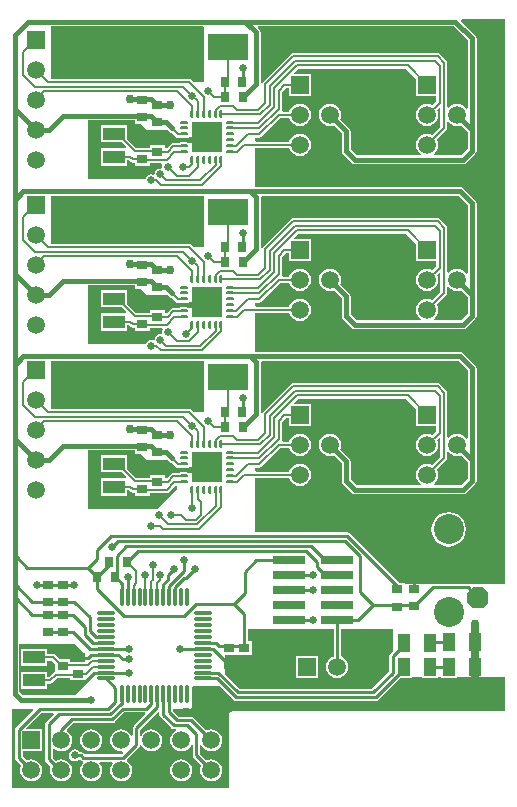
<source format=gtl>
%FSLAX23Y23*%
%MOIN*%
G70*
G01*
G75*
G04 Layer_Physical_Order=1*
G04 Layer_Color=255*
%ADD10O,0.063X0.012*%
%ADD11O,0.012X0.063*%
%ADD12R,0.035X0.031*%
%ADD13R,0.075X0.043*%
%ADD14R,0.110X0.030*%
%ADD15R,0.039X0.059*%
%ADD16R,0.035X0.028*%
%ADD17R,0.028X0.035*%
%ADD18R,0.100X0.100*%
%ADD19O,0.010X0.030*%
%ADD20O,0.030X0.010*%
%ADD21R,0.031X0.035*%
%ADD22R,0.132X0.085*%
%ADD23C,0.010*%
%ADD24C,0.015*%
%ADD25C,0.008*%
%ADD26C,0.025*%
G04:AMPARAMS|DCode=27|XSize=70mil|YSize=70mil|CornerRadius=0mil|HoleSize=0mil|Usage=FLASHONLY|Rotation=90.000|XOffset=0mil|YOffset=0mil|HoleType=Round|Shape=Octagon|*
%AMOCTAGOND27*
4,1,8,0.018,0.035,-0.018,0.035,-0.035,0.018,-0.035,-0.018,-0.018,-0.035,0.018,-0.035,0.035,-0.018,0.035,0.018,0.018,0.035,0.0*
%
%ADD27OCTAGOND27*%

%ADD28C,0.100*%
%ADD29C,0.059*%
%ADD30R,0.059X0.059*%
%ADD31R,0.059X0.059*%
%ADD32C,0.030*%
%ADD33C,0.025*%
%ADD34C,0.020*%
G36*
X6915Y3494D02*
Y3267D01*
X6910Y3266D01*
X6906Y3271D01*
X6898Y3277D01*
X6890Y3281D01*
X6880Y3282D01*
X6870Y3281D01*
X6862Y3277D01*
X6854Y3271D01*
X6852Y3268D01*
X6847Y3270D01*
Y3419D01*
X6847Y3419D01*
X6846Y3424D01*
X6843Y3427D01*
X6843Y3427D01*
X6823Y3448D01*
X6819Y3450D01*
X6815Y3451D01*
X6815Y3451D01*
X6333D01*
X6333Y3451D01*
X6329Y3450D01*
X6325Y3448D01*
X6325Y3448D01*
X6232Y3355D01*
X6230Y3352D01*
X6229Y3351D01*
X6225Y3353D01*
Y3520D01*
X6225Y3521D01*
X6228Y3525D01*
X6884D01*
X6915Y3494D01*
D02*
G37*
G36*
X5805Y3215D02*
X5825D01*
X5845Y3195D01*
X5865Y3195D01*
X5914D01*
X5920Y3190D01*
X5924Y3186D01*
X5929Y3185D01*
X5942Y3172D01*
X5942Y3172D01*
X5946Y3169D01*
X5950Y3169D01*
X5950Y3169D01*
X5954D01*
X5954Y3169D01*
X5958Y3168D01*
X5978D01*
X5983Y3169D01*
X5985Y3170D01*
X6010D01*
Y3150D01*
X5985D01*
X5983Y3152D01*
X5978Y3153D01*
X5958D01*
X5954Y3152D01*
X5954Y3152D01*
X5934D01*
X5934Y3152D01*
X5930Y3151D01*
X5926Y3148D01*
X5912Y3134D01*
X5905D01*
Y3145D01*
X5855D01*
Y3135D01*
X5810D01*
X5779Y3166D01*
Y3210D01*
X5691D01*
Y3153D01*
X5761D01*
X5775Y3139D01*
X5773Y3134D01*
X5691D01*
Y3076D01*
X5779D01*
Y3094D01*
X5785D01*
X5790Y3090D01*
X5790Y3090D01*
X5793Y3087D01*
X5798Y3086D01*
X5805D01*
Y3075D01*
X5855D01*
Y3084D01*
X5911D01*
X5911Y3084D01*
X5915Y3085D01*
X5919Y3088D01*
X5940Y3109D01*
X5945Y3109D01*
Y3095D01*
X5880Y3030D01*
X5654Y3030D01*
X5650Y3034D01*
X5650Y3228D01*
X5805D01*
Y3215D01*
D02*
G37*
G36*
X6854Y3769D02*
X6862Y3763D01*
X6870Y3759D01*
X6880Y3758D01*
X6890Y3759D01*
X6893Y3761D01*
X6915Y3739D01*
Y3682D01*
X6893Y3660D01*
X6802D01*
X6801Y3665D01*
X6806Y3669D01*
X6812Y3677D01*
X6816Y3685D01*
X6817Y3695D01*
X6816Y3705D01*
X6813Y3712D01*
X6843Y3743D01*
X6843Y3743D01*
X6846Y3746D01*
X6847Y3751D01*
X6847Y3751D01*
Y3770D01*
X6852Y3772D01*
X6854Y3769D01*
D02*
G37*
G36*
X6035Y3355D02*
X6002D01*
X5995Y3362D01*
X5991Y3365D01*
X5987Y3366D01*
X5987Y3366D01*
X5525D01*
Y3525D01*
X6035D01*
Y3355D01*
D02*
G37*
G36*
X6665Y2557D02*
X6656Y2549D01*
X6654Y2545D01*
X6653Y2540D01*
Y2490D01*
X6600Y2437D01*
X6595Y2432D01*
X6155D01*
X6150Y2437D01*
X6150D01*
X6105Y2482D01*
Y2490D01*
Y2545D01*
X6145D01*
Y2545D01*
X6145D01*
Y2545D01*
X6195D01*
Y2590D01*
X6182D01*
Y2630D01*
X6468D01*
Y2539D01*
X6462Y2537D01*
X6454Y2531D01*
X6448Y2523D01*
X6444Y2515D01*
X6443Y2505D01*
X6444Y2495D01*
X6448Y2487D01*
X6454Y2479D01*
X6462Y2473D01*
X6470Y2469D01*
X6480Y2468D01*
X6490Y2469D01*
X6491Y2470D01*
X6498Y2473D01*
X6506Y2479D01*
X6512Y2487D01*
X6516Y2495D01*
X6517Y2505D01*
X6516Y2515D01*
X6512Y2523D01*
X6506Y2531D01*
X6498Y2537D01*
X6492Y2540D01*
Y2630D01*
X6665D01*
Y2557D01*
D02*
G37*
G36*
X7038Y2357D02*
X6130D01*
X6125Y2356D01*
X6121Y2354D01*
X6119Y2350D01*
X6118Y2345D01*
Y2102D01*
X5397D01*
Y2365D01*
X5465D01*
X5467Y2360D01*
X5410Y2303D01*
X5407Y2299D01*
X5406Y2294D01*
Y2202D01*
X5407Y2197D01*
X5410Y2193D01*
X5427Y2176D01*
X5424Y2170D01*
X5423Y2160D01*
X5424Y2150D01*
X5428Y2142D01*
X5434Y2134D01*
X5442Y2128D01*
X5450Y2124D01*
X5460Y2123D01*
X5470Y2124D01*
X5478Y2128D01*
X5486Y2134D01*
X5492Y2142D01*
X5496Y2150D01*
X5497Y2160D01*
X5496Y2170D01*
X5492Y2178D01*
X5486Y2186D01*
X5478Y2192D01*
X5470Y2196D01*
X5460Y2197D01*
X5450Y2196D01*
X5444Y2193D01*
X5431Y2207D01*
Y2223D01*
X5497D01*
Y2297D01*
X5444D01*
X5442Y2301D01*
X5493Y2352D01*
X5533D01*
X5535Y2347D01*
X5510Y2322D01*
X5507Y2318D01*
X5506Y2313D01*
Y2197D01*
X5507Y2192D01*
X5510Y2188D01*
X5526Y2172D01*
X5524Y2170D01*
X5523Y2160D01*
X5524Y2150D01*
X5528Y2142D01*
X5534Y2134D01*
X5542Y2128D01*
X5550Y2124D01*
X5560Y2123D01*
X5570Y2124D01*
X5578Y2128D01*
X5586Y2134D01*
X5592Y2142D01*
X5596Y2150D01*
X5597Y2160D01*
X5596Y2170D01*
X5592Y2178D01*
X5586Y2186D01*
X5578Y2192D01*
X5570Y2196D01*
X5560Y2197D01*
X5550Y2196D01*
X5542Y2192D01*
X5541Y2191D01*
X5531Y2202D01*
Y2230D01*
X5536Y2233D01*
X5542Y2228D01*
X5550Y2224D01*
X5560Y2223D01*
X5570Y2224D01*
X5578Y2228D01*
X5586Y2234D01*
X5592Y2242D01*
X5596Y2250D01*
X5597Y2260D01*
X5596Y2270D01*
X5592Y2278D01*
X5586Y2286D01*
X5580Y2291D01*
X5579Y2297D01*
X5600Y2318D01*
X5730D01*
X5735Y2319D01*
X5739Y2321D01*
X5770Y2353D01*
X5838D01*
X5840Y2348D01*
X5801Y2309D01*
X5799Y2305D01*
X5798Y2300D01*
Y2277D01*
X5793Y2276D01*
X5792Y2278D01*
X5786Y2286D01*
X5778Y2292D01*
X5770Y2296D01*
X5760Y2297D01*
X5750Y2296D01*
X5742Y2292D01*
X5734Y2286D01*
X5728Y2278D01*
X5724Y2270D01*
X5723Y2260D01*
X5724Y2250D01*
X5728Y2242D01*
X5734Y2234D01*
X5742Y2228D01*
X5750Y2224D01*
X5760Y2223D01*
X5764Y2224D01*
X5767Y2219D01*
X5761Y2214D01*
X5639D01*
X5634Y2219D01*
X5630Y2221D01*
X5625Y2222D01*
X5620D01*
X5619Y2224D01*
X5613Y2228D01*
X5605Y2230D01*
X5597Y2228D01*
X5591Y2224D01*
X5587Y2218D01*
X5585Y2210D01*
X5587Y2202D01*
X5591Y2196D01*
X5597Y2192D01*
X5605Y2190D01*
X5613Y2192D01*
X5619Y2196D01*
X5622Y2196D01*
X5625Y2193D01*
X5629Y2190D01*
X5631Y2190D01*
X5631Y2189D01*
X5633Y2184D01*
X5628Y2178D01*
X5624Y2170D01*
X5623Y2160D01*
X5624Y2150D01*
X5628Y2142D01*
X5634Y2134D01*
X5642Y2128D01*
X5650Y2124D01*
X5660Y2123D01*
X5670Y2124D01*
X5678Y2128D01*
X5686Y2134D01*
X5692Y2142D01*
X5696Y2150D01*
X5697Y2160D01*
X5696Y2170D01*
X5692Y2178D01*
X5687Y2184D01*
X5690Y2189D01*
X5730D01*
X5733Y2184D01*
X5728Y2178D01*
X5724Y2170D01*
X5723Y2160D01*
X5724Y2150D01*
X5728Y2142D01*
X5734Y2134D01*
X5742Y2128D01*
X5750Y2124D01*
X5760Y2123D01*
X5770Y2124D01*
X5778Y2128D01*
X5786Y2134D01*
X5792Y2142D01*
X5796Y2150D01*
X5797Y2160D01*
X5796Y2170D01*
X5792Y2178D01*
X5786Y2186D01*
X5780Y2191D01*
X5779Y2197D01*
X5819Y2236D01*
X5820Y2239D01*
X5821Y2240D01*
X5822Y2243D01*
X5827Y2244D01*
X5828Y2242D01*
X5834Y2234D01*
X5842Y2228D01*
X5850Y2224D01*
X5860Y2223D01*
X5870Y2224D01*
X5878Y2228D01*
X5886Y2234D01*
X5892Y2242D01*
X5896Y2250D01*
X5897Y2260D01*
X5896Y2270D01*
X5892Y2278D01*
X5886Y2286D01*
X5878Y2292D01*
X5870Y2296D01*
X5860Y2297D01*
X5850Y2296D01*
X5842Y2292D01*
X5834Y2286D01*
X5828Y2278D01*
X5827Y2276D01*
X5822Y2277D01*
Y2295D01*
X5883Y2355D01*
X5887Y2353D01*
Y2345D01*
X5888Y2341D01*
X5891Y2337D01*
X5926Y2301D01*
X5930Y2299D01*
X5935Y2298D01*
X5943D01*
X5944Y2293D01*
X5942Y2292D01*
X5934Y2286D01*
X5928Y2278D01*
X5924Y2270D01*
X5923Y2260D01*
X5924Y2250D01*
X5928Y2242D01*
X5934Y2234D01*
X5942Y2228D01*
X5950Y2224D01*
X5960Y2223D01*
X5970Y2224D01*
X5978Y2228D01*
X5986Y2234D01*
X5992Y2242D01*
X5993Y2244D01*
X5998Y2243D01*
Y2210D01*
X5999Y2205D01*
X6001Y2201D01*
X6027Y2176D01*
X6024Y2170D01*
X6023Y2160D01*
X6024Y2150D01*
X6028Y2142D01*
X6034Y2134D01*
X6042Y2128D01*
X6050Y2124D01*
X6060Y2123D01*
X6070Y2124D01*
X6078Y2128D01*
X6086Y2134D01*
X6092Y2142D01*
X6096Y2150D01*
X6097Y2160D01*
X6096Y2170D01*
X6092Y2178D01*
X6086Y2186D01*
X6078Y2192D01*
X6070Y2196D01*
X6060Y2197D01*
X6050Y2196D01*
X6044Y2193D01*
X6022Y2215D01*
Y2243D01*
X6027Y2244D01*
X6028Y2242D01*
X6034Y2234D01*
X6042Y2228D01*
X6050Y2224D01*
X6060Y2223D01*
X6070Y2224D01*
X6078Y2228D01*
X6086Y2234D01*
X6092Y2242D01*
X6096Y2250D01*
X6097Y2260D01*
X6096Y2270D01*
X6092Y2278D01*
X6086Y2286D01*
X6078Y2292D01*
X6070Y2296D01*
X6060Y2297D01*
X6050Y2296D01*
X6044Y2293D01*
X6002Y2336D01*
X5998Y2338D01*
X5993Y2339D01*
X5950D01*
X5931Y2358D01*
Y2365D01*
X5990D01*
X5995Y2370D01*
Y2436D01*
X5999Y2440D01*
X6088Y2440D01*
X6133Y2394D01*
X6135Y2393D01*
X6137Y2392D01*
X6142Y2391D01*
X6608D01*
X6613Y2392D01*
X6617Y2394D01*
X6691Y2468D01*
X6728D01*
Y2470D01*
X6762D01*
Y2468D01*
X6815D01*
Y2470D01*
X6825D01*
Y2467D01*
X6878D01*
Y2470D01*
X7038D01*
Y2357D01*
D02*
G37*
G36*
X6854Y3219D02*
X6862Y3213D01*
X6870Y3209D01*
X6880Y3208D01*
X6890Y3209D01*
X6893Y3211D01*
X6915Y3189D01*
Y3132D01*
X6893Y3110D01*
X6802D01*
X6801Y3115D01*
X6806Y3119D01*
X6812Y3127D01*
X6816Y3135D01*
X6817Y3145D01*
X6816Y3155D01*
X6813Y3162D01*
X6843Y3193D01*
X6843Y3193D01*
X6846Y3196D01*
X6847Y3201D01*
X6847Y3201D01*
Y3220D01*
X6852Y3222D01*
X6854Y3219D01*
D02*
G37*
G36*
X5635Y2550D02*
X5640Y2550D01*
Y2522D01*
X5590D01*
Y2530D01*
X5556D01*
X5541Y2545D01*
X5538Y2547D01*
X5533Y2548D01*
X5533Y2548D01*
X5514D01*
Y2565D01*
X5426D01*
Y2508D01*
X5514D01*
Y2526D01*
X5529D01*
X5540Y2514D01*
Y2490D01*
X5538Y2490D01*
X5535Y2487D01*
X5535Y2487D01*
X5519Y2472D01*
X5514Y2472D01*
Y2489D01*
X5426D01*
Y2431D01*
X5514D01*
Y2449D01*
X5524D01*
X5524Y2449D01*
X5528Y2450D01*
X5531Y2452D01*
X5547Y2468D01*
X5590D01*
Y2460D01*
X5640D01*
X5640Y2455D01*
Y2445D01*
X5635Y2440D01*
X5605Y2410D01*
X5431D01*
X5419Y2422D01*
Y2580D01*
X5605D01*
X5635Y2550D01*
D02*
G37*
G36*
X6915Y4594D02*
Y4367D01*
X6910Y4366D01*
X6906Y4371D01*
X6898Y4377D01*
X6890Y4381D01*
X6880Y4382D01*
X6870Y4381D01*
X6862Y4377D01*
X6854Y4371D01*
X6852Y4368D01*
X6847Y4370D01*
Y4519D01*
X6847Y4519D01*
X6846Y4524D01*
X6843Y4527D01*
X6843Y4527D01*
X6823Y4548D01*
X6819Y4550D01*
X6815Y4551D01*
X6815Y4551D01*
X6333D01*
X6333Y4551D01*
X6329Y4550D01*
X6325Y4548D01*
X6325Y4548D01*
X6232Y4455D01*
X6230Y4452D01*
X6229Y4451D01*
X6225Y4453D01*
Y4620D01*
X6224Y4626D01*
X6220Y4630D01*
X6215Y4636D01*
X6217Y4641D01*
X6868D01*
X6915Y4594D01*
D02*
G37*
G36*
X5805Y4315D02*
X5825D01*
X5845Y4295D01*
X5865Y4295D01*
X5914D01*
X5920Y4290D01*
X5924Y4286D01*
X5929Y4285D01*
X5942Y4272D01*
X5942Y4272D01*
X5946Y4269D01*
X5950Y4269D01*
X5950Y4269D01*
X5954D01*
X5954Y4269D01*
X5958Y4268D01*
X5978D01*
X5983Y4269D01*
X5985Y4270D01*
X6010D01*
Y4250D01*
X5985D01*
X5983Y4252D01*
X5978Y4253D01*
X5958D01*
X5954Y4252D01*
X5954Y4252D01*
X5934D01*
X5934Y4252D01*
X5930Y4251D01*
X5926Y4248D01*
X5912Y4234D01*
X5905D01*
Y4245D01*
X5855D01*
Y4235D01*
X5810D01*
X5779Y4266D01*
Y4310D01*
X5691D01*
Y4253D01*
X5761D01*
X5775Y4239D01*
X5773Y4234D01*
X5691D01*
Y4176D01*
X5779D01*
Y4194D01*
X5785D01*
X5790Y4190D01*
X5790Y4190D01*
X5793Y4187D01*
X5798Y4186D01*
X5805D01*
Y4175D01*
X5855D01*
Y4184D01*
X5894D01*
X5897Y4180D01*
X5897Y4179D01*
X5895Y4172D01*
X5896Y4170D01*
X5892Y4166D01*
X5890Y4167D01*
X5882Y4165D01*
X5876Y4161D01*
X5872Y4155D01*
X5871Y4149D01*
X5869Y4147D01*
X5865Y4146D01*
X5860Y4147D01*
X5852Y4145D01*
X5846Y4141D01*
X5842Y4135D01*
X5841Y4130D01*
X5654Y4130D01*
X5650Y4134D01*
X5650Y4328D01*
X5805D01*
Y4315D01*
D02*
G37*
G36*
X6035Y4635D02*
X6035Y4635D01*
Y4455D01*
X6002D01*
X5995Y4462D01*
X5991Y4465D01*
X5987Y4466D01*
X5987Y4466D01*
X5525D01*
Y4640D01*
X6033D01*
X6035Y4635D01*
D02*
G37*
G36*
X7038Y2780D02*
X6922D01*
X6920Y2781D01*
X6915Y2782D01*
X6798D01*
X6793Y2781D01*
X6791Y2780D01*
X6705D01*
Y2785D01*
X6687D01*
X6523Y2950D01*
X6519Y2952D01*
X6514Y2953D01*
X6209D01*
X6205Y2957D01*
Y3134D01*
X6320D01*
X6323Y3127D01*
X6329Y3119D01*
X6337Y3113D01*
X6345Y3109D01*
X6355Y3108D01*
X6365Y3109D01*
X6373Y3113D01*
X6381Y3119D01*
X6387Y3127D01*
X6391Y3135D01*
X6392Y3145D01*
X6391Y3155D01*
X6387Y3163D01*
X6381Y3171D01*
X6373Y3177D01*
X6365Y3181D01*
X6355Y3182D01*
X6345Y3181D01*
X6337Y3177D01*
X6329Y3171D01*
X6323Y3163D01*
X6320Y3156D01*
X6209D01*
X6205Y3160D01*
Y3169D01*
X6220D01*
X6220Y3169D01*
X6224Y3170D01*
X6228Y3172D01*
X6290Y3234D01*
X6320D01*
X6323Y3227D01*
X6329Y3219D01*
X6337Y3213D01*
X6345Y3209D01*
X6355Y3208D01*
X6365Y3209D01*
X6373Y3213D01*
X6381Y3219D01*
X6387Y3227D01*
X6391Y3235D01*
X6392Y3245D01*
X6391Y3255D01*
X6387Y3263D01*
X6381Y3271D01*
X6373Y3277D01*
X6365Y3281D01*
X6355Y3282D01*
X6345Y3281D01*
X6337Y3277D01*
X6329Y3271D01*
X6323Y3263D01*
X6320Y3256D01*
X6298D01*
X6295Y3261D01*
X6295Y3262D01*
X6296Y3266D01*
X6296Y3266D01*
Y3322D01*
X6308Y3334D01*
X6318D01*
Y3308D01*
X6392D01*
Y3382D01*
X6339D01*
X6337Y3386D01*
X6350Y3399D01*
X6710D01*
X6743Y3366D01*
Y3308D01*
X6809D01*
Y3290D01*
X6797Y3278D01*
X6790Y3281D01*
X6780Y3282D01*
X6770Y3281D01*
X6762Y3277D01*
X6754Y3271D01*
X6748Y3263D01*
X6744Y3255D01*
X6743Y3245D01*
X6744Y3235D01*
X6748Y3227D01*
X6754Y3219D01*
X6762Y3213D01*
X6770Y3209D01*
X6780Y3208D01*
X6790Y3209D01*
X6798Y3213D01*
X6806Y3219D01*
X6812Y3227D01*
X6816Y3235D01*
X6817Y3245D01*
X6816Y3255D01*
X6813Y3262D01*
X6820Y3269D01*
X6824Y3267D01*
Y3205D01*
X6797Y3178D01*
X6790Y3181D01*
X6780Y3182D01*
X6770Y3181D01*
X6762Y3177D01*
X6754Y3171D01*
X6748Y3163D01*
X6744Y3155D01*
X6743Y3145D01*
X6744Y3135D01*
X6748Y3127D01*
X6754Y3119D01*
X6759Y3115D01*
X6758Y3110D01*
X6546D01*
X6525Y3131D01*
Y3190D01*
X6524Y3195D01*
X6524Y3196D01*
X6520Y3200D01*
X6489Y3232D01*
X6491Y3235D01*
X6492Y3245D01*
X6491Y3255D01*
X6487Y3263D01*
X6481Y3271D01*
X6473Y3277D01*
X6465Y3281D01*
X6455Y3282D01*
X6445Y3281D01*
X6437Y3277D01*
X6429Y3271D01*
X6423Y3263D01*
X6419Y3255D01*
X6418Y3245D01*
X6419Y3235D01*
X6423Y3227D01*
X6429Y3219D01*
X6437Y3213D01*
X6445Y3209D01*
X6455Y3208D01*
X6465Y3209D01*
X6468Y3211D01*
X6495Y3184D01*
Y3125D01*
X6496Y3119D01*
X6500Y3115D01*
X6530Y3085D01*
X6534Y3081D01*
X6540Y3080D01*
X6899D01*
X6905Y3081D01*
X6910Y3085D01*
X6940Y3115D01*
X6944Y3120D01*
X6945Y3126D01*
Y3195D01*
Y3500D01*
X6944Y3505D01*
X6944Y3506D01*
X6940Y3510D01*
X6900Y3550D01*
X6896Y3554D01*
X6890Y3555D01*
X6209D01*
X6205Y3558D01*
Y3684D01*
X6320D01*
X6323Y3677D01*
X6329Y3669D01*
X6337Y3663D01*
X6345Y3659D01*
X6355Y3658D01*
X6365Y3659D01*
X6373Y3663D01*
X6381Y3669D01*
X6387Y3677D01*
X6391Y3685D01*
X6392Y3695D01*
X6391Y3705D01*
X6387Y3713D01*
X6381Y3721D01*
X6373Y3727D01*
X6365Y3731D01*
X6355Y3732D01*
X6345Y3731D01*
X6337Y3727D01*
X6329Y3721D01*
X6323Y3713D01*
X6320Y3706D01*
X6209D01*
X6205Y3710D01*
Y3719D01*
X6220D01*
X6220Y3719D01*
X6224Y3720D01*
X6228Y3722D01*
X6290Y3784D01*
X6320D01*
X6323Y3777D01*
X6329Y3769D01*
X6337Y3763D01*
X6345Y3759D01*
X6355Y3758D01*
X6365Y3759D01*
X6373Y3763D01*
X6381Y3769D01*
X6387Y3777D01*
X6391Y3785D01*
X6392Y3795D01*
X6391Y3805D01*
X6387Y3813D01*
X6381Y3821D01*
X6373Y3827D01*
X6365Y3831D01*
X6355Y3832D01*
X6345Y3831D01*
X6337Y3827D01*
X6329Y3821D01*
X6323Y3813D01*
X6320Y3806D01*
X6298D01*
X6295Y3811D01*
X6295Y3812D01*
X6296Y3816D01*
X6296Y3816D01*
Y3872D01*
X6308Y3884D01*
X6318D01*
Y3858D01*
X6392D01*
Y3932D01*
X6339D01*
X6337Y3936D01*
X6350Y3949D01*
X6710D01*
X6743Y3916D01*
Y3858D01*
X6809D01*
Y3840D01*
X6797Y3828D01*
X6790Y3831D01*
X6780Y3832D01*
X6770Y3831D01*
X6762Y3827D01*
X6754Y3821D01*
X6748Y3813D01*
X6744Y3805D01*
X6743Y3795D01*
X6744Y3785D01*
X6748Y3777D01*
X6754Y3769D01*
X6762Y3763D01*
X6770Y3759D01*
X6780Y3758D01*
X6790Y3759D01*
X6798Y3763D01*
X6806Y3769D01*
X6812Y3777D01*
X6816Y3785D01*
X6817Y3795D01*
X6816Y3805D01*
X6813Y3812D01*
X6820Y3819D01*
X6824Y3817D01*
Y3755D01*
X6797Y3728D01*
X6790Y3731D01*
X6780Y3732D01*
X6770Y3731D01*
X6762Y3727D01*
X6754Y3721D01*
X6748Y3713D01*
X6744Y3705D01*
X6743Y3695D01*
X6744Y3685D01*
X6748Y3677D01*
X6754Y3669D01*
X6759Y3665D01*
X6758Y3660D01*
X6546D01*
X6525Y3681D01*
Y3740D01*
X6524Y3745D01*
X6524Y3746D01*
X6520Y3750D01*
X6489Y3782D01*
X6491Y3785D01*
X6492Y3795D01*
X6491Y3805D01*
X6487Y3813D01*
X6481Y3821D01*
X6473Y3827D01*
X6465Y3831D01*
X6455Y3832D01*
X6445Y3831D01*
X6437Y3827D01*
X6429Y3821D01*
X6423Y3813D01*
X6419Y3805D01*
X6418Y3795D01*
X6419Y3785D01*
X6423Y3777D01*
X6429Y3769D01*
X6437Y3763D01*
X6445Y3759D01*
X6455Y3758D01*
X6465Y3759D01*
X6468Y3761D01*
X6495Y3734D01*
Y3675D01*
X6496Y3669D01*
X6500Y3665D01*
X6530Y3635D01*
X6534Y3631D01*
X6540Y3630D01*
X6899D01*
X6905Y3631D01*
X6910Y3635D01*
X6940Y3665D01*
X6944Y3670D01*
X6945Y3676D01*
Y3745D01*
Y4050D01*
X6944Y4055D01*
X6944Y4056D01*
X6940Y4060D01*
X6900Y4100D01*
X6896Y4104D01*
X6890Y4105D01*
X6209D01*
X6205Y4108D01*
Y4234D01*
X6320D01*
X6323Y4227D01*
X6329Y4219D01*
X6337Y4213D01*
X6345Y4209D01*
X6355Y4208D01*
X6365Y4209D01*
X6373Y4213D01*
X6381Y4219D01*
X6387Y4227D01*
X6391Y4235D01*
X6392Y4245D01*
X6391Y4255D01*
X6387Y4263D01*
X6381Y4271D01*
X6373Y4277D01*
X6365Y4281D01*
X6355Y4282D01*
X6345Y4281D01*
X6337Y4277D01*
X6329Y4271D01*
X6323Y4263D01*
X6320Y4256D01*
X6209D01*
X6205Y4260D01*
Y4269D01*
X6220D01*
X6220Y4269D01*
X6224Y4270D01*
X6228Y4272D01*
X6290Y4334D01*
X6320D01*
X6323Y4327D01*
X6329Y4319D01*
X6337Y4313D01*
X6345Y4309D01*
X6355Y4308D01*
X6365Y4309D01*
X6373Y4313D01*
X6381Y4319D01*
X6387Y4327D01*
X6391Y4335D01*
X6392Y4345D01*
X6391Y4355D01*
X6387Y4363D01*
X6381Y4371D01*
X6373Y4377D01*
X6365Y4381D01*
X6355Y4382D01*
X6345Y4381D01*
X6337Y4377D01*
X6329Y4371D01*
X6323Y4363D01*
X6320Y4356D01*
X6298D01*
X6295Y4361D01*
X6295Y4362D01*
X6296Y4366D01*
X6296Y4366D01*
Y4422D01*
X6308Y4434D01*
X6318D01*
Y4408D01*
X6392D01*
Y4482D01*
X6339D01*
X6337Y4486D01*
X6350Y4499D01*
X6710D01*
X6743Y4466D01*
Y4408D01*
X6809D01*
Y4390D01*
X6797Y4378D01*
X6790Y4381D01*
X6780Y4382D01*
X6770Y4381D01*
X6762Y4377D01*
X6754Y4371D01*
X6748Y4363D01*
X6744Y4355D01*
X6743Y4345D01*
X6744Y4335D01*
X6748Y4327D01*
X6754Y4319D01*
X6762Y4313D01*
X6770Y4309D01*
X6780Y4308D01*
X6790Y4309D01*
X6798Y4313D01*
X6806Y4319D01*
X6812Y4327D01*
X6816Y4335D01*
X6817Y4345D01*
X6816Y4355D01*
X6813Y4362D01*
X6820Y4369D01*
X6824Y4367D01*
Y4305D01*
X6797Y4278D01*
X6790Y4281D01*
X6780Y4282D01*
X6770Y4281D01*
X6762Y4277D01*
X6754Y4271D01*
X6748Y4263D01*
X6744Y4255D01*
X6743Y4245D01*
X6744Y4235D01*
X6748Y4227D01*
X6754Y4219D01*
X6759Y4215D01*
X6758Y4210D01*
X6546D01*
X6525Y4231D01*
Y4290D01*
X6524Y4295D01*
X6524Y4296D01*
X6520Y4300D01*
X6489Y4332D01*
X6491Y4335D01*
X6492Y4345D01*
X6491Y4355D01*
X6487Y4363D01*
X6481Y4371D01*
X6473Y4377D01*
X6465Y4381D01*
X6455Y4382D01*
X6445Y4381D01*
X6437Y4377D01*
X6429Y4371D01*
X6423Y4363D01*
X6419Y4355D01*
X6418Y4345D01*
X6419Y4335D01*
X6423Y4327D01*
X6429Y4319D01*
X6437Y4313D01*
X6445Y4309D01*
X6455Y4308D01*
X6465Y4309D01*
X6468Y4311D01*
X6495Y4284D01*
Y4225D01*
X6496Y4219D01*
X6500Y4215D01*
X6530Y4185D01*
X6534Y4181D01*
X6540Y4180D01*
X6899D01*
X6905Y4181D01*
X6910Y4185D01*
X6940Y4215D01*
X6944Y4220D01*
X6945Y4226D01*
Y4295D01*
Y4600D01*
X6944Y4606D01*
X6940Y4610D01*
X6893Y4658D01*
X6895Y4663D01*
X7038D01*
Y2780D01*
D02*
G37*
G36*
X6915Y4044D02*
Y3817D01*
X6910Y3816D01*
X6906Y3821D01*
X6898Y3827D01*
X6890Y3831D01*
X6880Y3832D01*
X6870Y3831D01*
X6862Y3827D01*
X6854Y3821D01*
X6852Y3818D01*
X6847Y3820D01*
Y3969D01*
X6847Y3969D01*
X6846Y3974D01*
X6843Y3977D01*
X6843Y3977D01*
X6823Y3998D01*
X6819Y4000D01*
X6815Y4001D01*
X6815Y4001D01*
X6333D01*
X6333Y4001D01*
X6329Y4000D01*
X6325Y3998D01*
X6325Y3998D01*
X6232Y3905D01*
X6230Y3902D01*
X6229Y3901D01*
X6225Y3903D01*
Y4070D01*
X6225Y4071D01*
X6228Y4075D01*
X6884D01*
X6915Y4044D01*
D02*
G37*
G36*
X5805Y3765D02*
X5825D01*
X5845Y3745D01*
X5865Y3745D01*
X5914D01*
X5920Y3740D01*
X5924Y3736D01*
X5929Y3735D01*
X5942Y3722D01*
X5942Y3722D01*
X5946Y3719D01*
X5950Y3719D01*
X5950Y3719D01*
X5954D01*
X5954Y3719D01*
X5958Y3718D01*
X5978D01*
X5983Y3719D01*
X5985Y3720D01*
X6010D01*
Y3700D01*
X5985D01*
X5983Y3702D01*
X5978Y3703D01*
X5958D01*
X5954Y3702D01*
X5954Y3702D01*
X5934D01*
X5934Y3702D01*
X5930Y3701D01*
X5926Y3698D01*
X5912Y3684D01*
X5905D01*
Y3695D01*
X5855D01*
Y3685D01*
X5810D01*
X5779Y3716D01*
Y3760D01*
X5691D01*
Y3703D01*
X5761D01*
X5775Y3689D01*
X5773Y3684D01*
X5691D01*
Y3626D01*
X5779D01*
Y3644D01*
X5785D01*
X5790Y3640D01*
X5790Y3640D01*
X5793Y3637D01*
X5798Y3636D01*
X5805D01*
Y3625D01*
X5855D01*
Y3634D01*
X5895D01*
X5898Y3629D01*
X5897Y3628D01*
X5895Y3620D01*
X5896Y3618D01*
X5892Y3614D01*
X5890Y3615D01*
X5882Y3613D01*
X5876Y3609D01*
X5872Y3603D01*
X5871Y3597D01*
X5869Y3595D01*
X5865Y3594D01*
X5860Y3595D01*
X5852Y3593D01*
X5846Y3589D01*
X5842Y3583D01*
X5841Y3580D01*
X5654Y3580D01*
X5650Y3584D01*
X5650Y3778D01*
X5805D01*
Y3765D01*
D02*
G37*
G36*
X6035Y3905D02*
X6002D01*
X5995Y3912D01*
X5991Y3915D01*
X5987Y3916D01*
X5987Y3916D01*
X5525D01*
Y4075D01*
X6035D01*
Y3905D01*
D02*
G37*
G36*
X6854Y4319D02*
X6862Y4313D01*
X6870Y4309D01*
X6880Y4308D01*
X6890Y4309D01*
X6893Y4311D01*
X6915Y4289D01*
Y4232D01*
X6893Y4210D01*
X6802D01*
X6801Y4215D01*
X6806Y4219D01*
X6812Y4227D01*
X6816Y4235D01*
X6817Y4245D01*
X6816Y4255D01*
X6813Y4262D01*
X6843Y4293D01*
X6843Y4293D01*
X6846Y4296D01*
X6847Y4301D01*
X6847Y4301D01*
Y4320D01*
X6852Y4322D01*
X6854Y4319D01*
D02*
G37*
%LPC*%
G36*
X5960Y2197D02*
X5950Y2196D01*
X5942Y2192D01*
X5934Y2186D01*
X5928Y2178D01*
X5924Y2170D01*
X5923Y2160D01*
X5924Y2150D01*
X5928Y2142D01*
X5934Y2134D01*
X5942Y2128D01*
X5950Y2124D01*
X5960Y2123D01*
X5970Y2124D01*
X5978Y2128D01*
X5986Y2134D01*
X5992Y2142D01*
X5996Y2150D01*
X5997Y2160D01*
X5996Y2170D01*
X5992Y2178D01*
X5986Y2186D01*
X5978Y2192D01*
X5970Y2196D01*
X5960Y2197D01*
D02*
G37*
G36*
X5660Y2297D02*
X5650Y2296D01*
X5642Y2292D01*
X5634Y2286D01*
X5628Y2278D01*
X5624Y2270D01*
X5623Y2260D01*
X5624Y2250D01*
X5628Y2242D01*
X5634Y2234D01*
X5642Y2228D01*
X5650Y2224D01*
X5660Y2223D01*
X5670Y2224D01*
X5678Y2228D01*
X5686Y2234D01*
X5692Y2242D01*
X5696Y2250D01*
X5697Y2260D01*
X5696Y2270D01*
X5692Y2278D01*
X5686Y2286D01*
X5678Y2292D01*
X5670Y2296D01*
X5660Y2297D01*
D02*
G37*
G36*
X6851Y3020D02*
X6836Y3019D01*
X6822Y3013D01*
X6810Y3004D01*
X6801Y2992D01*
X6795Y2978D01*
X6794Y2963D01*
X6795Y2948D01*
X6801Y2934D01*
X6810Y2922D01*
X6822Y2913D01*
X6836Y2907D01*
X6851Y2906D01*
X6866Y2907D01*
X6880Y2913D01*
X6892Y2922D01*
X6901Y2934D01*
X6907Y2948D01*
X6908Y2963D01*
X6907Y2978D01*
X6901Y2992D01*
X6892Y3004D01*
X6880Y3013D01*
X6866Y3019D01*
X6851Y3020D01*
D02*
G37*
G36*
X6417Y2542D02*
X6343D01*
Y2468D01*
X6417D01*
Y2542D01*
D02*
G37*
%LPD*%
D10*
X5708Y2683D02*
D03*
Y2664D02*
D03*
Y2644D02*
D03*
Y2624D02*
D03*
Y2605D02*
D03*
Y2585D02*
D03*
Y2565D02*
D03*
Y2545D02*
D03*
Y2526D02*
D03*
Y2506D02*
D03*
Y2486D02*
D03*
Y2467D02*
D03*
X6032D02*
D03*
Y2486D02*
D03*
Y2506D02*
D03*
Y2526D02*
D03*
Y2545D02*
D03*
Y2565D02*
D03*
Y2585D02*
D03*
Y2605D02*
D03*
Y2624D02*
D03*
Y2644D02*
D03*
Y2664D02*
D03*
Y2683D02*
D03*
D11*
X5762Y2413D02*
D03*
X5781D02*
D03*
X5801D02*
D03*
X5821D02*
D03*
X5840D02*
D03*
X5860D02*
D03*
X5880D02*
D03*
X5900D02*
D03*
X5919D02*
D03*
X5939D02*
D03*
X5959D02*
D03*
X5978D02*
D03*
Y2737D02*
D03*
X5959D02*
D03*
X5939D02*
D03*
X5919D02*
D03*
X5900D02*
D03*
X5880D02*
D03*
X5860D02*
D03*
X5840D02*
D03*
X5821D02*
D03*
X5801D02*
D03*
X5781D02*
D03*
X5762D02*
D03*
D12*
X5515Y2678D02*
D03*
Y2622D02*
D03*
X5565Y2678D02*
D03*
Y2622D02*
D03*
X5515Y2778D02*
D03*
Y2722D02*
D03*
X5565Y2452D02*
D03*
Y2508D02*
D03*
X5615Y2538D02*
D03*
Y2482D02*
D03*
X5565Y2778D02*
D03*
Y2722D02*
D03*
X6120Y2568D02*
D03*
Y2512D02*
D03*
X6170Y2568D02*
D03*
Y2512D02*
D03*
X6735Y2707D02*
D03*
Y2763D02*
D03*
X5830Y4253D02*
D03*
Y4197D02*
D03*
X5880Y4278D02*
D03*
Y4222D02*
D03*
X5830Y4337D02*
D03*
Y4393D02*
D03*
X5880Y4322D02*
D03*
Y4378D02*
D03*
Y3772D02*
D03*
Y3828D02*
D03*
X5830Y3787D02*
D03*
Y3843D02*
D03*
X5880Y3728D02*
D03*
Y3672D02*
D03*
X5830Y3703D02*
D03*
Y3647D02*
D03*
X5880Y3222D02*
D03*
Y3278D02*
D03*
X5830Y3237D02*
D03*
Y3293D02*
D03*
X5880Y3178D02*
D03*
Y3122D02*
D03*
X5830Y3153D02*
D03*
Y3097D02*
D03*
D13*
X5470Y2460D02*
D03*
Y2537D02*
D03*
X5735Y4205D02*
D03*
Y4282D02*
D03*
Y3655D02*
D03*
Y3732D02*
D03*
Y3105D02*
D03*
Y3182D02*
D03*
D14*
X6480Y2660D02*
D03*
X6320D02*
D03*
X6480Y2710D02*
D03*
X6320D02*
D03*
X6480Y2760D02*
D03*
X6320D02*
D03*
X6480Y2810D02*
D03*
X6320D02*
D03*
X6480Y2860D02*
D03*
X6320D02*
D03*
D15*
X6788Y2505D02*
D03*
X6702D02*
D03*
X6788Y2585D02*
D03*
X6702D02*
D03*
X6852Y2504D02*
D03*
X6938D02*
D03*
X6852Y2589D02*
D03*
X6938D02*
D03*
D16*
X6680Y2765D02*
D03*
Y2705D02*
D03*
D17*
X5680Y2805D02*
D03*
X5740D02*
D03*
X5720Y2855D02*
D03*
X5780D02*
D03*
X6165Y4405D02*
D03*
X6105D02*
D03*
X6165Y3855D02*
D03*
X6105D02*
D03*
X6165Y3305D02*
D03*
X6105D02*
D03*
D18*
X6045Y4270D02*
D03*
Y3720D02*
D03*
Y3170D02*
D03*
D19*
X5996Y4347D02*
D03*
X6015D02*
D03*
X6035D02*
D03*
X6055D02*
D03*
X6075D02*
D03*
X6094D02*
D03*
Y4193D02*
D03*
X6075D02*
D03*
X6055D02*
D03*
X6035D02*
D03*
X6015D02*
D03*
X5996D02*
D03*
Y3797D02*
D03*
X6015D02*
D03*
X6035D02*
D03*
X6055D02*
D03*
X6075D02*
D03*
X6094D02*
D03*
Y3643D02*
D03*
X6075D02*
D03*
X6055D02*
D03*
X6035D02*
D03*
X6015D02*
D03*
X5996D02*
D03*
Y3247D02*
D03*
X6015D02*
D03*
X6035D02*
D03*
X6055D02*
D03*
X6075D02*
D03*
X6094D02*
D03*
Y3093D02*
D03*
X6075D02*
D03*
X6055D02*
D03*
X6035D02*
D03*
X6015D02*
D03*
X5996D02*
D03*
D20*
X6122Y4319D02*
D03*
Y4300D02*
D03*
Y4280D02*
D03*
Y4260D02*
D03*
Y4240D02*
D03*
Y4221D02*
D03*
X5968D02*
D03*
Y4240D02*
D03*
Y4260D02*
D03*
Y4280D02*
D03*
Y4300D02*
D03*
Y4319D02*
D03*
X6122Y3769D02*
D03*
Y3750D02*
D03*
Y3730D02*
D03*
Y3710D02*
D03*
Y3690D02*
D03*
Y3671D02*
D03*
X5968D02*
D03*
Y3690D02*
D03*
Y3710D02*
D03*
Y3730D02*
D03*
Y3750D02*
D03*
Y3769D02*
D03*
X6122Y3219D02*
D03*
Y3200D02*
D03*
Y3180D02*
D03*
Y3160D02*
D03*
Y3140D02*
D03*
Y3121D02*
D03*
X5968D02*
D03*
Y3140D02*
D03*
Y3160D02*
D03*
Y3180D02*
D03*
Y3200D02*
D03*
Y3219D02*
D03*
D21*
X6107Y4455D02*
D03*
X6163D02*
D03*
X6107Y3905D02*
D03*
X6163D02*
D03*
X6107Y3355D02*
D03*
X6163D02*
D03*
D22*
X5723Y4570D02*
D03*
X6115D02*
D03*
X5723Y4020D02*
D03*
X6115D02*
D03*
X5723Y3470D02*
D03*
X6115D02*
D03*
D23*
X6608Y2403D02*
X6702Y2497D01*
X6078Y2467D02*
X6142Y2403D01*
X6608D01*
X6600Y2420D02*
X6665Y2485D01*
X6150Y2420D02*
X6600D01*
X6084Y2486D02*
X6150Y2420D01*
X6377Y2890D02*
X6413Y2854D01*
X5815Y2890D02*
X6377D01*
X5780Y2855D02*
X5815Y2890D01*
X5860Y2381D02*
Y2413D01*
X5765Y2365D02*
X5844D01*
X5860Y2381D01*
X5740Y2388D02*
Y2434D01*
X5716Y2364D02*
X5740Y2388D01*
X5488Y2364D02*
X5716D01*
X5762Y2382D02*
Y2413D01*
X5758Y2382D02*
X5762D01*
X5723Y2347D02*
X5758Y2382D01*
X5552Y2347D02*
X5723D01*
X5595Y2330D02*
X5730D01*
X5765Y2365D01*
X5560Y2295D02*
X5595Y2330D01*
X5560Y2260D02*
Y2295D01*
X5418Y2294D02*
X5488Y2364D01*
X5518Y2313D02*
X5552Y2347D01*
X5518Y2197D02*
X5565Y2150D01*
X5518Y2197D02*
Y2313D01*
X5633Y2202D02*
X5767D01*
X5625Y2210D02*
X5633Y2202D01*
X5605Y2210D02*
X5625D01*
X5767Y2202D02*
X5810Y2245D01*
X5880Y2370D02*
Y2413D01*
X5810Y2300D02*
X5880Y2370D01*
X5708Y2565D02*
X5785D01*
X5708Y2545D02*
X5750D01*
X5765Y2530D01*
X5785D01*
X5708Y2486D02*
X5784D01*
X5418Y2202D02*
X5460Y2160D01*
X5418Y2202D02*
Y2294D01*
X6032Y2585D02*
X6075D01*
X6087Y2573D02*
X6155D01*
X5708Y2467D02*
X5740Y2434D01*
X5810Y2245D02*
Y2300D01*
X6075Y2585D02*
X6087Y2573D01*
X5955Y2565D02*
X6032D01*
X5670Y2486D02*
X5708D01*
X5635Y2451D02*
X5670Y2486D01*
X5567Y2451D02*
X5635D01*
X5560Y2457D02*
X5567Y2451D01*
X5640Y2610D02*
Y2638D01*
Y2610D02*
X5665Y2585D01*
X5708D01*
X5600Y2622D02*
X5657Y2565D01*
X5708D01*
X5655Y2625D02*
Y2670D01*
Y2625D02*
X5675Y2605D01*
X5708D01*
X5600Y2678D02*
X5640Y2638D01*
X5660Y2545D02*
X5708D01*
X5649Y2534D02*
X5660Y2545D01*
X5610Y2534D02*
X5649D01*
X6032Y2565D02*
X6065D01*
X6113Y2517D01*
X6155D01*
X5603Y2722D02*
X5655Y2670D01*
X5515Y2722D02*
X5565D01*
X5603D01*
X5515Y2678D02*
X5565D01*
X5600D01*
X5478Y2778D02*
X5515D01*
X5565D02*
X5602D01*
X5515D02*
X5565D01*
X5515Y2622D02*
X5565D01*
X5600D01*
X6032Y2486D02*
X6084D01*
X6032Y2467D02*
X6078D01*
X5762Y2737D02*
Y2782D01*
X5781Y2737D02*
Y2805D01*
X6413Y2837D02*
X6440Y2810D01*
X6480D01*
X6413Y2837D02*
Y2854D01*
X6440Y2860D02*
X6480D01*
X6393Y2907D02*
X6440Y2860D01*
X5746Y2876D02*
X5777Y2907D01*
X5740Y2805D02*
X5746D01*
X5735Y2810D02*
X5762Y2782D01*
X5746Y2805D02*
Y2876D01*
X6915Y2770D02*
X6949Y2736D01*
X6798Y2770D02*
X6915D01*
X6738Y2710D02*
X6798Y2770D01*
X6165Y4457D02*
Y4500D01*
X6163Y4455D02*
X6165Y4457D01*
X6163Y3905D02*
X6165Y3907D01*
Y3950D01*
X6163Y3355D02*
X6165Y3357D01*
Y3400D01*
X6480Y2505D02*
Y2660D01*
X6550D01*
X6600Y2710D01*
X6555Y2755D02*
X6600Y2710D01*
X5730Y2905D02*
X5749Y2924D01*
X6600Y2710D02*
X6738D01*
X6320Y2810D02*
X6400D01*
X6320Y2760D02*
X6400D01*
X6320Y2660D02*
X6400D01*
X5411Y2870D02*
X5446Y2835D01*
X5464Y2722D02*
X5515D01*
X5411Y2775D02*
X5464Y2722D01*
X5463Y2678D02*
X5515D01*
X5411Y2730D02*
X5463Y2678D01*
X5680Y2765D02*
Y2805D01*
Y2765D02*
X5770Y2675D01*
X5970D01*
X6010Y2715D01*
X6170Y2568D02*
Y2680D01*
X6010Y2210D02*
X6060Y2160D01*
X5980Y2310D02*
X6010Y2280D01*
Y2210D02*
Y2280D01*
X5900Y2345D02*
Y2413D01*
Y2345D02*
X5935Y2310D01*
X5980D01*
X5919Y2353D02*
Y2413D01*
Y2353D02*
X5945Y2327D01*
X5993D01*
X6060Y2260D01*
X6792Y2589D02*
X6852D01*
X6788Y2505D02*
X6850D01*
X6702Y2497D02*
Y2505D01*
Y2577D02*
Y2585D01*
X6665Y2540D02*
X6702Y2577D01*
X6665Y2485D02*
Y2540D01*
X6010Y2715D02*
X6135D01*
X6170Y2680D01*
X6135Y2715D02*
X6171Y2751D01*
Y2821D01*
X6210Y2860D01*
X6320D01*
X5680Y2805D02*
X5720Y2845D01*
Y2855D01*
X5446Y2835D02*
X5650D01*
X5680Y2805D01*
X5650Y2835D02*
X5680Y2865D01*
Y2895D01*
X5726Y2941D01*
X6735Y2763D02*
Y2800D01*
X5995Y3035D02*
X5996Y3036D01*
X5975Y2800D02*
X6005Y2830D01*
X5900Y2737D02*
Y2780D01*
X5919Y2737D02*
Y2775D01*
X5939Y2737D02*
Y2771D01*
X5968Y2800D01*
X5975D01*
X5919Y2775D02*
X5970Y2826D01*
Y2860D01*
X5900Y2780D02*
X5915Y2795D01*
Y2810D01*
X5935Y2830D01*
X5777Y2907D02*
X6393D01*
X5749Y2924D02*
X6506D01*
X6555Y2875D01*
Y2755D02*
Y2875D01*
X5726Y2941D02*
X6514D01*
X6680Y2775D01*
Y2765D02*
Y2775D01*
D24*
X5425Y2395D02*
X5660D01*
X5405Y2415D02*
X5425Y2395D01*
X5405Y2415D02*
Y4611D01*
X6874Y4655D02*
X6930Y4600D01*
X6174Y4655D02*
X6874D01*
X6174D02*
X6210Y4620D01*
X5449Y4655D02*
X6174D01*
X5405Y4611D02*
X5449Y4655D01*
X5917Y4278D02*
X5935Y4260D01*
X5880Y4278D02*
X5917D01*
X5855Y4253D02*
X5880Y4278D01*
X5830Y4253D02*
X5855D01*
X5830D02*
Y4295D01*
X5830Y4295D01*
X5860Y4342D02*
X5880Y4322D01*
X5908D01*
X5930Y4300D01*
X5788Y4398D02*
X5860D01*
X5880Y4378D01*
X5922D01*
X6880Y4345D02*
X6930Y4295D01*
X6455Y4345D02*
X6510Y4290D01*
X6930Y4226D02*
Y4295D01*
X6899Y4195D02*
X6930Y4226D01*
X6510Y4225D02*
Y4290D01*
Y4225D02*
X6540Y4195D01*
X6899D01*
X5411Y4359D02*
X5475Y4295D01*
X5520D02*
X5567Y4342D01*
X5475Y4295D02*
X5520D01*
X5567Y4342D02*
X5860D01*
X6165Y4405D02*
X6167D01*
X6210Y4448D01*
Y4620D01*
X6930Y4295D02*
Y4600D01*
X5908Y3772D02*
X5930Y3750D01*
X5880Y3772D02*
X5908D01*
X5411Y3809D02*
X5475Y3745D01*
X5411Y4068D02*
X5433Y4090D01*
X6190D01*
X6165Y3855D02*
X6167D01*
X6190Y4090D02*
X6210Y4070D01*
X6167Y3855D02*
X6210Y3898D01*
X6455Y3795D02*
X6510Y3740D01*
Y3675D02*
Y3740D01*
X6210Y3898D02*
Y4070D01*
X6510Y3675D02*
X6540Y3645D01*
X6899D01*
X6880Y3795D02*
X6930Y3745D01*
X6190Y4090D02*
X6890D01*
X6930Y4050D01*
Y3676D02*
Y3745D01*
X6899Y3645D02*
X6930Y3676D01*
Y3745D02*
Y4050D01*
X5475Y3745D02*
X5520D01*
X5567Y3792D01*
X5860D01*
X5880Y3772D01*
X5788Y3848D02*
X5860D01*
X5880Y3828D01*
X5922D01*
X5917Y3178D02*
X5935Y3160D01*
X5880Y3178D02*
X5917D01*
X5908Y3222D02*
X5930Y3200D01*
X5880Y3222D02*
X5908D01*
X5411Y3259D02*
X5475Y3195D01*
X6165Y3305D02*
X6167D01*
X6210Y3348D01*
X6455Y3245D02*
X6510Y3190D01*
Y3125D02*
Y3190D01*
X6210Y3348D02*
Y3520D01*
X6510Y3125D02*
X6540Y3095D01*
X6899D01*
X6880Y3245D02*
X6930Y3195D01*
Y3126D02*
Y3195D01*
X6899Y3095D02*
X6930Y3126D01*
Y3195D02*
Y3500D01*
X5475Y3195D02*
X5520D01*
X5567Y3242D01*
X5860D02*
X5880Y3222D01*
X5567Y3242D02*
X5860D01*
X5788Y3298D02*
X5860D01*
X5880Y3278D01*
X5922D01*
X5830Y3153D02*
X5855D01*
X5880Y3178D01*
X5830Y3153D02*
Y3195D01*
X5830Y3195D01*
X5411Y3518D02*
X5433Y3540D01*
X6190D01*
X6210Y3520D01*
X6190Y3540D02*
X6890D01*
X6930Y3500D01*
D25*
X5663Y2526D02*
X5708D01*
X5648Y2511D02*
X5663Y2526D01*
X5568Y2511D02*
X5648D01*
X5565Y2508D02*
X5568Y2511D01*
X5615Y2482D02*
X5641D01*
X5665Y2506D01*
X5708D01*
X5562Y2508D02*
X5565D01*
X5533Y2537D02*
X5562Y2508D01*
X5470Y2537D02*
X5533D01*
X5470Y2460D02*
X5524D01*
X5543Y2479D01*
X5612D01*
X5615Y2482D01*
X5801Y2737D02*
Y2776D01*
X5810Y2785D01*
Y2825D01*
X5780Y2855D02*
X5810Y2825D01*
X5735Y4205D02*
X5790D01*
X5798Y4197D01*
X5830D01*
Y4196D02*
Y4197D01*
X5880Y4222D02*
Y4224D01*
X5735Y4282D02*
X5748D01*
X5806Y4224D01*
X5880D01*
X5830Y4196D02*
X5911D01*
X5936Y4221D01*
X5968D01*
X5880Y4222D02*
X5916D01*
X5934Y4240D01*
X5968D01*
X5935Y4260D02*
X5968D01*
X5950Y4280D02*
X5968D01*
X5930Y4300D02*
X5950Y4280D01*
X6015Y4347D02*
Y4391D01*
X5997Y4409D02*
X6015Y4391D01*
X5996Y4347D02*
Y4375D01*
X6035Y4347D02*
Y4406D01*
X5967Y4439D02*
X5997Y4409D01*
X5947Y4424D02*
X5996Y4375D01*
X5987Y4454D02*
X6035Y4406D01*
X5516Y4454D02*
X5987D01*
X5473Y4439D02*
X5967D01*
X5504Y4424D02*
X5947D01*
X6115Y4463D02*
Y4570D01*
X6105Y4405D02*
Y4453D01*
X6107Y4455D01*
X6115Y4463D01*
X6070Y4405D02*
X6105D01*
X6050Y4425D02*
X6070Y4405D01*
X6715Y4510D02*
X6780Y4445D01*
X6075Y4360D02*
X6090Y4375D01*
X6132D01*
X6145Y4362D01*
X6075Y4347D02*
Y4360D01*
X6780Y4245D02*
X6836Y4301D01*
X6815Y4540D02*
X6836Y4519D01*
Y4301D02*
Y4519D01*
X6821Y4386D02*
Y4509D01*
X6780Y4345D02*
X6821Y4386D01*
X6805Y4525D02*
X6821Y4509D01*
X6122Y4240D02*
X6142D01*
X6122Y4221D02*
X6146D01*
X6170Y4245D01*
X6355D01*
X6142Y4240D02*
X6181Y4280D01*
X6220D01*
X6285Y4345D01*
X6355D01*
X6122Y4300D02*
X6218D01*
X6122Y4319D02*
X6217D01*
X6270Y4372D01*
X6094Y4347D02*
X6223D01*
X6255Y4379D01*
X6145Y4362D02*
X6217D01*
X6240Y4385D01*
X6218Y4300D02*
X6285Y4366D01*
X5475Y4495D02*
X5516Y4454D01*
X5434Y4478D02*
X5473Y4439D01*
X5434Y4554D02*
X5475Y4595D01*
X5434Y4478D02*
Y4554D01*
X5475Y4395D02*
X5504Y4424D01*
X6285Y4366D02*
Y4426D01*
X6304Y4445D01*
X6355D01*
X6270Y4372D02*
Y4435D01*
X6345Y4510D01*
X6715D01*
X6255Y4379D02*
Y4441D01*
X6339Y4525D01*
X6805D01*
X6240Y4385D02*
Y4447D01*
X6333Y4540D01*
X6815D01*
X5735Y3655D02*
X5790D01*
X5798Y3647D02*
X5830D01*
X5790Y3655D02*
X5798Y3647D01*
X5748Y3732D02*
X5806Y3674D01*
X5735Y3732D02*
X5748D01*
X5806Y3674D02*
X5880D01*
Y3672D02*
Y3674D01*
X5475Y3845D02*
X5504Y3874D01*
X5947D01*
X5996Y3825D01*
Y3797D02*
Y3825D01*
X5967Y3889D02*
X5997Y3859D01*
X6015Y3841D01*
X5434Y3928D02*
X5473Y3889D01*
X5434Y4004D02*
X5475Y4045D01*
X5434Y3928D02*
Y4004D01*
X5473Y3889D02*
X5967D01*
X6015Y3797D02*
Y3841D01*
X6050Y3875D02*
X6070Y3855D01*
X6105D01*
X5516Y3904D02*
X5987D01*
X5475Y3945D02*
X5516Y3904D01*
X5987D02*
X6035Y3856D01*
Y3797D02*
Y3856D01*
X6075Y3797D02*
Y3810D01*
X6090Y3825D01*
X6132D02*
X6145Y3812D01*
X6090Y3825D02*
X6132D01*
X6145Y3812D02*
X6217D01*
X6240Y3835D01*
X6780Y3695D02*
X6836Y3751D01*
Y3969D01*
X6240Y3835D02*
Y3897D01*
X6333Y3990D01*
X6815D02*
X6836Y3969D01*
X6333Y3990D02*
X6815D01*
X6094Y3797D02*
X6223D01*
X6255Y3829D01*
Y3891D01*
X6339Y3975D01*
X6780Y3795D02*
X6821Y3836D01*
X6339Y3975D02*
X6805D01*
X6821Y3836D02*
Y3959D01*
X6805Y3975D02*
X6821Y3959D01*
X6122Y3769D02*
X6217D01*
X6270Y3822D01*
Y3885D02*
X6345Y3960D01*
X6270Y3822D02*
Y3885D01*
X6345Y3960D02*
X6715D01*
X6780Y3895D01*
X6122Y3750D02*
X6218D01*
X6285Y3816D01*
Y3876D01*
X6304Y3895D01*
X6355D01*
X6122Y3690D02*
X6142D01*
X6181Y3730D01*
X6220D01*
X6285Y3795D01*
X6355D01*
X6122Y3671D02*
X6146D01*
X6170Y3695D01*
X6355D01*
X5830Y3646D02*
X5911D01*
X5936Y3671D01*
X5968D01*
X5880Y3672D02*
X5916D01*
X5934Y3690D01*
X5968D01*
X5930Y3750D02*
X5950Y3730D01*
X5968D01*
X6107Y3905D02*
X6115Y3913D01*
Y4020D01*
X6105Y3855D02*
Y3903D01*
X6107Y3905D01*
X5830Y3646D02*
Y3647D01*
X5735Y3105D02*
X5790D01*
X5798Y3097D02*
X5830D01*
X5790Y3105D02*
X5798Y3097D01*
X5748Y3182D02*
X5806Y3124D01*
X5735Y3182D02*
X5748D01*
X5806Y3124D02*
X5880D01*
Y3122D02*
Y3124D01*
X5475Y3295D02*
X5504Y3324D01*
X5947D01*
X5996Y3275D01*
Y3247D02*
Y3275D01*
X5967Y3339D02*
X5997Y3309D01*
X6015Y3291D01*
X5434Y3378D02*
X5473Y3339D01*
X5434Y3454D02*
X5475Y3495D01*
X5434Y3378D02*
Y3454D01*
X5473Y3339D02*
X5967D01*
X6015Y3247D02*
Y3291D01*
X6050Y3325D02*
X6070Y3305D01*
X6105D01*
X5516Y3354D02*
X5987D01*
X5475Y3395D02*
X5516Y3354D01*
X5987D02*
X6035Y3306D01*
Y3247D02*
Y3306D01*
X6075Y3247D02*
Y3260D01*
X6090Y3275D01*
X6132D02*
X6145Y3262D01*
X6090Y3275D02*
X6132D01*
X6145Y3262D02*
X6217D01*
X6240Y3285D01*
X6780Y3145D02*
X6836Y3201D01*
Y3419D01*
X6240Y3285D02*
Y3347D01*
X6333Y3440D01*
X6815D02*
X6836Y3419D01*
X6333Y3440D02*
X6815D01*
X6094Y3247D02*
X6223D01*
X6255Y3279D01*
Y3341D01*
X6339Y3425D01*
X6780Y3245D02*
X6821Y3286D01*
X6339Y3425D02*
X6805D01*
X6821Y3286D02*
Y3409D01*
X6805Y3425D02*
X6821Y3409D01*
X6122Y3219D02*
X6217D01*
X6270Y3272D01*
Y3335D02*
X6345Y3410D01*
X6270Y3272D02*
Y3335D01*
X6345Y3410D02*
X6715D01*
X6780Y3345D01*
X6122Y3200D02*
X6218D01*
X6285Y3266D01*
Y3326D01*
X6304Y3345D01*
X6355D01*
X6122Y3140D02*
X6142D01*
X6181Y3180D01*
X6220D01*
X6285Y3245D01*
X6355D01*
X6122Y3121D02*
X6146D01*
X6170Y3145D01*
X6355D01*
X5830Y3096D02*
X5911D01*
X5936Y3121D01*
X5968D01*
X5880Y3122D02*
X5916D01*
X5934Y3140D01*
X5968D01*
X5935Y3160D02*
X5968D01*
X5930Y3200D02*
X5950Y3180D01*
X5968D01*
X6107Y3355D02*
X6115Y3363D01*
Y3470D01*
X6105Y3305D02*
Y3353D01*
X6107Y3355D01*
X5830Y3096D02*
Y3097D01*
X5996Y3036D02*
Y3093D01*
Y3636D02*
Y3643D01*
X5840Y2737D02*
Y2810D01*
X5860Y2737D02*
Y2790D01*
X5865Y2795D01*
Y2845D01*
X5880Y2737D02*
Y2785D01*
X5890Y2795D01*
Y2810D01*
X5860Y2975D02*
X5890D01*
X5925Y3010D02*
X5960D01*
X6015Y3065D02*
Y3093D01*
X5890Y2975D02*
X5900Y2965D01*
X5885Y3010D02*
X5915Y2980D01*
X5960Y3010D02*
X5975Y2995D01*
X5900Y2965D02*
X6020D01*
X6094Y3039D01*
Y3093D01*
X5915Y2980D02*
X6014D01*
X6075Y3041D01*
Y3093D01*
X5975Y2995D02*
X6008D01*
X6025Y3012D01*
Y3055D01*
X6015Y3065D02*
X6025Y3055D01*
X5975Y3615D02*
X5996Y3636D01*
X5915Y3620D02*
X5945Y3590D01*
X5890Y3595D02*
X5910Y3575D01*
X5860D02*
X5877D01*
X5892Y3560D01*
X6030D01*
X6094Y3624D01*
Y3643D01*
X5910Y3575D02*
X6024D01*
X6075Y3626D01*
Y3643D01*
X5945Y3590D02*
X5985D01*
X6015Y3620D01*
Y3643D01*
Y4172D02*
Y4195D01*
X5985Y4142D02*
X6015Y4172D01*
X5945Y4142D02*
X5985D01*
X6075Y4178D02*
Y4195D01*
X6024Y4127D02*
X6075Y4178D01*
X5910Y4127D02*
X6024D01*
X6094Y4176D02*
Y4195D01*
X6030Y4112D02*
X6094Y4176D01*
X5892Y4112D02*
X6030D01*
X5877Y4127D02*
X5892Y4112D01*
X5860Y4127D02*
X5877D01*
X5890Y4147D02*
X5910Y4127D01*
X5915Y4172D02*
X5945Y4142D01*
X5965Y4170D02*
X5985D01*
X5996Y4181D01*
Y4193D01*
D26*
X5723Y4570D02*
X5815D01*
X5685Y4500D02*
Y4532D01*
X5630Y4545D02*
X5698D01*
X5630Y3995D02*
X5698D01*
X5685Y3950D02*
Y3982D01*
X5723Y4020D02*
X5815D01*
X5630Y3445D02*
X5698D01*
X5685Y3400D02*
Y3432D01*
X5723Y3470D02*
X5815D01*
X6938Y2589D02*
Y2648D01*
Y2504D02*
Y2589D01*
Y2444D02*
Y2504D01*
D27*
X6949Y2736D02*
D03*
Y2914D02*
D03*
D28*
X6851Y2687D02*
D03*
Y2963D02*
D03*
D29*
X6060Y2160D02*
D03*
Y2260D02*
D03*
X5960Y2160D02*
D03*
Y2260D02*
D03*
X5860Y2160D02*
D03*
Y2260D02*
D03*
X5760Y2160D02*
D03*
Y2260D02*
D03*
X5660Y2160D02*
D03*
Y2260D02*
D03*
X5560Y2160D02*
D03*
Y2260D02*
D03*
X5460Y2160D02*
D03*
X5475Y4495D02*
D03*
Y4395D02*
D03*
Y4295D02*
D03*
Y4195D02*
D03*
X6455Y4445D02*
D03*
X6355Y4345D02*
D03*
X6455D02*
D03*
X6355Y4245D02*
D03*
X6455D02*
D03*
X6880Y4445D02*
D03*
X6780Y4345D02*
D03*
X6880D02*
D03*
X6780Y4245D02*
D03*
X6880D02*
D03*
Y3895D02*
D03*
X6780Y3795D02*
D03*
X6880D02*
D03*
X6780Y3695D02*
D03*
X6880D02*
D03*
X5475Y3945D02*
D03*
Y3845D02*
D03*
Y3745D02*
D03*
Y3645D02*
D03*
X6455Y3895D02*
D03*
X6355Y3795D02*
D03*
X6455D02*
D03*
X6355Y3695D02*
D03*
X6455D02*
D03*
X6880Y3345D02*
D03*
X6780Y3245D02*
D03*
X6880D02*
D03*
X6780Y3145D02*
D03*
X6880D02*
D03*
X5475Y3395D02*
D03*
Y3295D02*
D03*
Y3195D02*
D03*
Y3095D02*
D03*
X6455Y3345D02*
D03*
X6355Y3245D02*
D03*
X6455D02*
D03*
X6355Y3145D02*
D03*
X6455D02*
D03*
X6480Y2505D02*
D03*
D30*
X5460Y2260D02*
D03*
X6380Y2505D02*
D03*
D31*
X5475Y4595D02*
D03*
X6355Y4445D02*
D03*
X6780D02*
D03*
Y3895D02*
D03*
X5475Y4045D02*
D03*
X6355Y3895D02*
D03*
X6780Y3345D02*
D03*
X5475Y3495D02*
D03*
X6355Y3345D02*
D03*
D32*
X6955Y2800D02*
D03*
X6850D02*
D03*
X6615Y2895D02*
D03*
X6225Y3045D02*
D03*
X6410D02*
D03*
X6835Y3040D02*
D03*
X6615Y3045D02*
D03*
X6230Y4140D02*
D03*
X6405D02*
D03*
X6830Y4145D02*
D03*
X6615D02*
D03*
X6220Y3595D02*
D03*
X6400D02*
D03*
X6840D02*
D03*
X6615D02*
D03*
X6895Y2450D02*
D03*
X6775D02*
D03*
X6275Y2375D02*
D03*
X6400D02*
D03*
X6525D02*
D03*
X6650D02*
D03*
X6775D02*
D03*
X6900D02*
D03*
X7020D02*
D03*
Y2455D02*
D03*
X6630Y2530D02*
D03*
X6565Y2450D02*
D03*
X6645Y2610D02*
D03*
X6515D02*
D03*
X6440D02*
D03*
X6295D02*
D03*
X6210D02*
D03*
X6295Y2450D02*
D03*
X6210D02*
D03*
X6295Y2530D02*
D03*
X6210D02*
D03*
X6830Y3485D02*
D03*
X6615D02*
D03*
X6305Y3490D02*
D03*
X6245Y3400D02*
D03*
X6615Y3140D02*
D03*
Y3245D02*
D03*
Y3345D02*
D03*
X6825Y4595D02*
D03*
X6615D02*
D03*
X6295D02*
D03*
X6245Y4500D02*
D03*
X6615Y4240D02*
D03*
Y4345D02*
D03*
Y4445D02*
D03*
X6825Y4040D02*
D03*
X6615D02*
D03*
X6290D02*
D03*
X6245Y3950D02*
D03*
X6615Y3690D02*
D03*
Y3795D02*
D03*
Y3895D02*
D03*
X7020Y3075D02*
D03*
Y3200D02*
D03*
Y3325D02*
D03*
Y3450D02*
D03*
Y3600D02*
D03*
Y3725D02*
D03*
Y3875D02*
D03*
Y4000D02*
D03*
Y4125D02*
D03*
Y4250D02*
D03*
Y4375D02*
D03*
Y4500D02*
D03*
Y4625D02*
D03*
X5975Y2355D02*
D03*
X6075Y2330D02*
D03*
X6120Y2375D02*
D03*
X6015Y2420D02*
D03*
Y2120D02*
D03*
X5510D02*
D03*
X5610D02*
D03*
X5710D02*
D03*
X5610Y2300D02*
D03*
X5790Y2335D02*
D03*
X5880Y2325D02*
D03*
X5915Y2205D02*
D03*
X5810D02*
D03*
X6020Y3415D02*
D03*
Y3500D02*
D03*
Y3965D02*
D03*
Y4050D02*
D03*
X6015Y4515D02*
D03*
Y4620D02*
D03*
X5922Y4378D02*
D03*
X5788Y4398D02*
D03*
X5815Y4570D02*
D03*
X5630Y4545D02*
D03*
X5685Y4500D02*
D03*
X5630Y3995D02*
D03*
X5685Y3950D02*
D03*
X5815Y4020D02*
D03*
X5788Y3848D02*
D03*
X5922Y3828D02*
D03*
X5630Y3445D02*
D03*
X5685Y3400D02*
D03*
X5815Y3470D02*
D03*
X5788Y3298D02*
D03*
X5922Y3278D02*
D03*
X6938Y2648D02*
D03*
D33*
X5785Y2485D02*
D03*
Y2530D02*
D03*
Y2565D02*
D03*
X5605Y2210D02*
D03*
X5955Y2565D02*
D03*
X5478Y2778D02*
D03*
X5602D02*
D03*
X5781Y2805D02*
D03*
X5997Y4409D02*
D03*
X6050Y4425D02*
D03*
X6165Y4500D02*
D03*
X5997Y3859D02*
D03*
X6050Y3875D02*
D03*
X6165Y3950D02*
D03*
X5997Y3309D02*
D03*
X6050Y3325D02*
D03*
X6165Y3400D02*
D03*
X5660Y2395D02*
D03*
X5730Y2905D02*
D03*
X6400Y2810D02*
D03*
Y2760D02*
D03*
Y2660D02*
D03*
X6735Y2800D02*
D03*
X6005Y2830D02*
D03*
X5995Y3035D02*
D03*
X5970Y2860D02*
D03*
X5935Y2830D02*
D03*
X5975Y3615D02*
D03*
X5840Y2810D02*
D03*
X5860Y2975D02*
D03*
X5885Y3010D02*
D03*
X5865Y2845D02*
D03*
X5890Y2810D02*
D03*
X5925Y3010D02*
D03*
X5915Y3620D02*
D03*
X5890Y3595D02*
D03*
X5860Y3575D02*
D03*
Y4127D02*
D03*
X5890Y4147D02*
D03*
X5915Y4172D02*
D03*
X5965Y4170D02*
D03*
D34*
X6067Y4248D02*
D03*
X6023D02*
D03*
X6067Y4292D02*
D03*
X6023D02*
D03*
X6067Y3698D02*
D03*
X6023D02*
D03*
X6067Y3742D02*
D03*
X6023D02*
D03*
X6067Y3148D02*
D03*
X6023D02*
D03*
X6067Y3192D02*
D03*
X6023D02*
D03*
M02*

</source>
